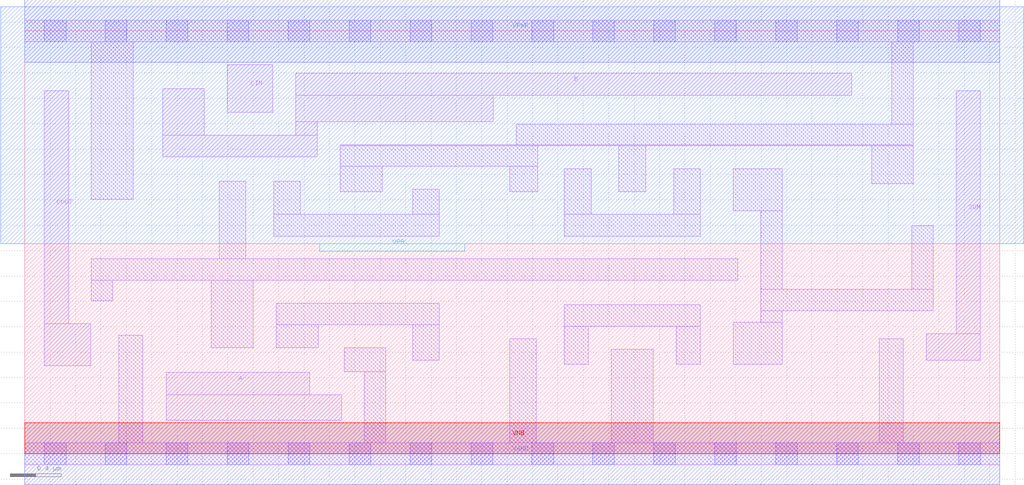
<source format=lef>
# Copyright 2020 The SkyWater PDK Authors
#
# Licensed under the Apache License, Version 2.0 (the "License");
# you may not use this file except in compliance with the License.
# You may obtain a copy of the License at
#
#     https://www.apache.org/licenses/LICENSE-2.0
#
# Unless required by applicable law or agreed to in writing, software
# distributed under the License is distributed on an "AS IS" BASIS,
# WITHOUT WARRANTIES OR CONDITIONS OF ANY KIND, either express or implied.
# See the License for the specific language governing permissions and
# limitations under the License.
#
# SPDX-License-Identifier: Apache-2.0

VERSION 5.7 ;
  NOWIREEXTENSIONATPIN ON ;
  DIVIDERCHAR "/" ;
  BUSBITCHARS "[]" ;
MACRO sky130_fd_sc_lp__fa_m
  CLASS CORE ;
  FOREIGN sky130_fd_sc_lp__fa_m ;
  ORIGIN  0.000000  0.000000 ;
  SIZE  7.680000 BY  3.330000 ;
  SYMMETRY X Y R90 ;
  SITE unit ;
  PIN A
    ANTENNAGATEAREA  0.504000 ;
    DIRECTION INPUT ;
    USE SIGNAL ;
    PORT
      LAYER li1 ;
        RECT 1.115000 0.265000 2.495000 0.465000 ;
        RECT 1.115000 0.465000 2.245000 0.640000 ;
    END
  END A
  PIN B
    ANTENNAGATEAREA  0.504000 ;
    DIRECTION INPUT ;
    USE SIGNAL ;
    PORT
      LAYER li1 ;
        RECT 1.085000 2.340000 2.305000 2.510000 ;
        RECT 1.085000 2.510000 1.415000 2.875000 ;
        RECT 2.135000 2.510000 2.305000 2.615000 ;
        RECT 2.135000 2.615000 3.690000 2.825000 ;
        RECT 2.135000 2.825000 6.515000 2.995000 ;
    END
  END B
  PIN CIN
    ANTENNAGATEAREA  0.378000 ;
    DIRECTION INPUT ;
    USE SIGNAL ;
    PORT
      LAYER li1 ;
        RECT 1.595000 2.690000 1.955000 3.065000 ;
    END
  END CIN
  PIN COUT
    ANTENNADIFFAREA  0.222600 ;
    DIRECTION OUTPUT ;
    USE SIGNAL ;
    PORT
      LAYER li1 ;
        RECT 0.155000 0.695000 0.520000 1.025000 ;
        RECT 0.155000 1.025000 0.345000 2.860000 ;
    END
  END COUT
  PIN SUM
    ANTENNADIFFAREA  0.222600 ;
    DIRECTION OUTPUT ;
    USE SIGNAL ;
    PORT
      LAYER li1 ;
        RECT 7.100000 0.735000 7.525000 0.945000 ;
        RECT 7.335000 0.945000 7.525000 2.860000 ;
    END
  END SUM
  PIN VGND
    DIRECTION INOUT ;
    USE GROUND ;
    PORT
      LAYER met1 ;
        RECT 0.000000 -0.245000 7.680000 0.245000 ;
    END
  END VGND
  PIN VNB
    DIRECTION INOUT ;
    USE GROUND ;
    PORT
      LAYER pwell ;
        RECT 0.000000 0.000000 7.680000 0.245000 ;
    END
  END VNB
  PIN VPB
    DIRECTION INOUT ;
    USE POWER ;
    PORT
      LAYER nwell ;
        RECT -0.190000 1.655000 7.870000 3.520000 ;
        RECT  2.325000 1.595000 3.465000 1.655000 ;
    END
  END VPB
  PIN VPWR
    DIRECTION INOUT ;
    USE POWER ;
    PORT
      LAYER met1 ;
        RECT 0.000000 3.085000 7.680000 3.575000 ;
    END
  END VPWR
  OBS
    LAYER li1 ;
      RECT 0.000000 -0.085000 7.680000 0.085000 ;
      RECT 0.000000  3.245000 7.680000 3.415000 ;
      RECT 0.525000  1.205000 0.695000 1.365000 ;
      RECT 0.525000  1.365000 5.615000 1.535000 ;
      RECT 0.525000  2.005000 0.855000 3.245000 ;
      RECT 0.740000  0.085000 0.930000 0.935000 ;
      RECT 1.470000  0.835000 1.800000 1.365000 ;
      RECT 1.530000  1.535000 1.740000 2.145000 ;
      RECT 1.960000  1.715000 3.265000 1.885000 ;
      RECT 1.960000  1.885000 2.170000 2.145000 ;
      RECT 1.980000  0.835000 2.310000 1.015000 ;
      RECT 1.980000  1.015000 3.265000 1.185000 ;
      RECT 2.485000  2.065000 2.815000 2.265000 ;
      RECT 2.485000  2.265000 4.040000 2.425000 ;
      RECT 2.485000  2.425000 7.000000 2.435000 ;
      RECT 2.515000  0.645000 2.845000 0.835000 ;
      RECT 2.675000  0.085000 2.845000 0.645000 ;
      RECT 3.055000  0.735000 3.265000 1.015000 ;
      RECT 3.055000  1.885000 3.265000 2.085000 ;
      RECT 3.820000  0.085000 4.030000 0.905000 ;
      RECT 3.820000  2.065000 4.040000 2.265000 ;
      RECT 3.870000  2.435000 7.000000 2.595000 ;
      RECT 4.250000  0.705000 4.440000 1.005000 ;
      RECT 4.250000  1.005000 5.320000 1.175000 ;
      RECT 4.250000  1.715000 5.320000 1.885000 ;
      RECT 4.250000  1.885000 4.460000 2.245000 ;
      RECT 4.620000  0.085000 4.950000 0.825000 ;
      RECT 4.680000  2.065000 4.890000 2.425000 ;
      RECT 5.110000  1.885000 5.320000 2.245000 ;
      RECT 5.130000  0.705000 5.320000 1.005000 ;
      RECT 5.580000  0.705000 5.965000 1.035000 ;
      RECT 5.580000  1.915000 5.965000 2.245000 ;
      RECT 5.795000  1.035000 5.965000 1.125000 ;
      RECT 5.795000  1.125000 7.155000 1.295000 ;
      RECT 5.795000  1.295000 5.965000 1.915000 ;
      RECT 6.670000  2.125000 7.000000 2.425000 ;
      RECT 6.730000  0.085000 6.920000 0.905000 ;
      RECT 6.830000  2.595000 7.000000 3.245000 ;
      RECT 6.985000  1.295000 7.155000 1.795000 ;
    LAYER mcon ;
      RECT 0.155000 -0.085000 0.325000 0.085000 ;
      RECT 0.155000  3.245000 0.325000 3.415000 ;
      RECT 0.635000 -0.085000 0.805000 0.085000 ;
      RECT 0.635000  3.245000 0.805000 3.415000 ;
      RECT 1.115000 -0.085000 1.285000 0.085000 ;
      RECT 1.115000  3.245000 1.285000 3.415000 ;
      RECT 1.595000 -0.085000 1.765000 0.085000 ;
      RECT 1.595000  3.245000 1.765000 3.415000 ;
      RECT 2.075000 -0.085000 2.245000 0.085000 ;
      RECT 2.075000  3.245000 2.245000 3.415000 ;
      RECT 2.555000 -0.085000 2.725000 0.085000 ;
      RECT 2.555000  3.245000 2.725000 3.415000 ;
      RECT 3.035000 -0.085000 3.205000 0.085000 ;
      RECT 3.035000  3.245000 3.205000 3.415000 ;
      RECT 3.515000 -0.085000 3.685000 0.085000 ;
      RECT 3.515000  3.245000 3.685000 3.415000 ;
      RECT 3.995000 -0.085000 4.165000 0.085000 ;
      RECT 3.995000  3.245000 4.165000 3.415000 ;
      RECT 4.475000 -0.085000 4.645000 0.085000 ;
      RECT 4.475000  3.245000 4.645000 3.415000 ;
      RECT 4.955000 -0.085000 5.125000 0.085000 ;
      RECT 4.955000  3.245000 5.125000 3.415000 ;
      RECT 5.435000 -0.085000 5.605000 0.085000 ;
      RECT 5.435000  3.245000 5.605000 3.415000 ;
      RECT 5.915000 -0.085000 6.085000 0.085000 ;
      RECT 5.915000  3.245000 6.085000 3.415000 ;
      RECT 6.395000 -0.085000 6.565000 0.085000 ;
      RECT 6.395000  3.245000 6.565000 3.415000 ;
      RECT 6.875000 -0.085000 7.045000 0.085000 ;
      RECT 6.875000  3.245000 7.045000 3.415000 ;
      RECT 7.355000 -0.085000 7.525000 0.085000 ;
      RECT 7.355000  3.245000 7.525000 3.415000 ;
  END
END sky130_fd_sc_lp__fa_m
END LIBRARY

</source>
